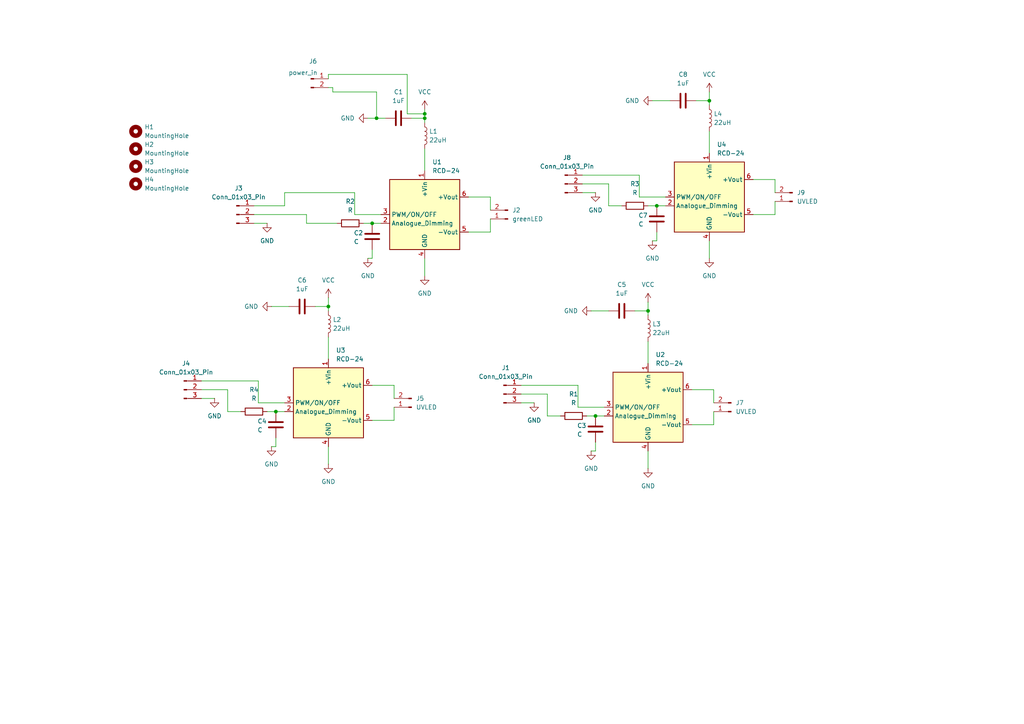
<source format=kicad_sch>
(kicad_sch (version 20231120) (generator "eeschema") (generator_version "8.0")
  (paper "A4")
  (lib_symbols
    (symbol "Connector:Conn_01x02_Pin" (pin_names (offset 1.016) hide)
      (property "Reference" "J" (at 0 2.54 0))
      (property "Value" "Conn_01x02_Pin" (at 0 -5.08 0))
      (symbol "Conn_01x02_Pin_1_1"
        (polyline (pts (xy 1.27 -2.54) (xy 0.8636 -2.54)) (stroke (width 0.1524)))
        (polyline (pts (xy 1.27 0) (xy 0.8636 0)) (stroke (width 0.1524)))
        (rectangle (start 0.8636 -2.413) (end 0 -2.667) (stroke (width 0.1524)) (fill (type outline)))
        (rectangle (start 0.8636 0.127) (end 0 -0.127) (stroke (width 0.1524)) (fill (type outline)))
        (pin passive line (at 5.08 0 180) (length 3.81) (name "Pin_1") (number "1"))
        (pin passive line (at 5.08 -2.54 180) (length 3.81) (name "Pin_2") (number "2"))
      )
    )
    (symbol "Connector:Conn_01x03_Pin" (pin_names (offset 1.016) hide)
      (property "Reference" "J" (at 0 5.08 0))
      (property "Value" "Conn_01x03_Pin" (at 0 -5.08 0))
      (symbol "Conn_01x03_Pin_1_1"
        (polyline (pts (xy 1.27 -2.54) (xy 0.8636 -2.54)) (stroke (width 0.1524)))
        (polyline (pts (xy 1.27 0) (xy 0.8636 0)) (stroke (width 0.1524)))
        (polyline (pts (xy 1.27 2.54) (xy 0.8636 2.54)) (stroke (width 0.1524)))
        (rectangle (start 0.8636 -2.413) (end 0 -2.667) (stroke (width 0.1524)) (fill (type outline)))
        (rectangle (start 0.8636 0.127) (end 0 -0.127) (stroke (width 0.1524)) (fill (type outline)))
        (rectangle (start 0.8636 2.667) (end 0 2.413) (stroke (width 0.1524)) (fill (type outline)))
        (pin passive line (at 5.08 2.54 180) (length 3.81) (name "Pin_1") (number "1"))
        (pin passive line (at 5.08 0 180) (length 3.81) (name "Pin_2") (number "2"))
        (pin passive line (at 5.08 -2.54 180) (length 3.81) (name "Pin_3") (number "3"))
      )
    )
    (symbol "Device:C" (pin_numbers hide) (pin_names (offset 0.254))
      (property "Reference" "C" (at 0.635 2.54 0))
      (property "Value" "C" (at 0.635 -2.54 0))
      (symbol "C_0_1"
        (polyline (pts (xy -2.032 -0.762) (xy 2.032 -0.762)) (stroke (width 0.508)))
        (polyline (pts (xy -2.032 0.762) (xy 2.032 0.762)) (stroke (width 0.508)))
      )
      (symbol "C_1_1"
        (pin passive line (at 0 3.81 270) (length 2.794) (name "~") (number "1"))
        (pin passive line (at 0 -3.81 90) (length 2.794) (name "~") (number "2"))
      )
    )
    (symbol "Device:L" (pin_numbers hide) (pin_names (offset 1.016) hide)
      (property "Reference" "L" (at -1.27 0 90))
      (property "Value" "L" (at 1.905 0 90))
      (symbol "L_0_1"
        (arc (start 0 -2.54) (mid 0.6323 -1.905) (end 0 -1.27))
        (arc (start 0 -1.27) (mid 0.6323 -0.635) (end 0 0))
        (arc (start 0 0) (mid 0.6323 0.635) (end 0 1.27))
        (arc (start 0 1.27) (mid 0.6323 1.905) (end 0 2.54))
      )
      (symbol "L_1_1"
        (pin passive line (at 0 3.81 270) (length 1.27) (name "1") (number "1"))
        (pin passive line (at 0 -3.81 90) (length 1.27) (name "2") (number "2"))
      )
    )
    (symbol "Device:R" (pin_numbers hide) (pin_names (offset 0))
      (property "Reference" "R" (at 2.032 0 90))
      (property "Value" "R" (at 0 0 90))
      (symbol "R_0_1"
        (rectangle (start -1.016 -2.54) (end 1.016 2.54) (stroke (width 0.254)))
      )
      (symbol "R_1_1"
        (pin passive line (at 0 3.81 270) (length 1.27) (name "~") (number "1"))
        (pin passive line (at 0 -3.81 90) (length 1.27) (name "~") (number "2"))
      )
    )
    (symbol "Driver_LED:RCD-24"
      (property "Reference" "U" (at -8.89 11.43 0))
      (property "Value" "RCD-24" (at 6.35 11.43 0))
      (symbol "RCD-24_1_1"
        (rectangle (start -10.16 10.16) (end 10.16 -10.16) (stroke (width 0.254)) (fill (type background)))
        (pin power_in line (at 0 12.7 270) (length 2.54) (name "+Vin") (number "1"))
        (pin passive line (at -12.7 -2.54 0) (length 2.54) (name "Analogue_Dimming") (number "2"))
        (pin passive line (at -12.7 0 0) (length 2.54) (name "PWM/ON/OFF") (number "3"))
        (pin power_in line (at 0 -12.7 90) (length 2.54) (name "GND") (number "4"))
        (pin power_out line (at 12.7 -5.08 180) (length 2.54) (name "-Vout") (number "5"))
        (pin power_out line (at 12.7 5.08 180) (length 2.54) (name "+Vout") (number "6"))
      )
    )
    (symbol "Mechanical:MountingHole" (pin_names (offset 1.016)) (exclude_from_sim yes) (in_bom no)
      (property "Reference" "H" (at 0 5.08 0))
      (property "Value" "MountingHole" (at 0 3.175 0))
      (symbol "MountingHole_0_1"
        (circle (center 0 0) (radius 1.27) (stroke (width 1.27)))
      )
    )
    (symbol "power:GND" (power) (pin_numbers hide) (pin_names (offset 0) hide)
      (property "Value" "GND" (at 0 -3.81 0))
      (symbol "GND_0_1"
        (polyline (pts (xy 0 0) (xy 0 -1.27) (xy 1.27 -1.27) (xy 0 -2.54) (xy -1.27 -1.27) (xy 0 -1.27)))
      )
      (symbol "GND_1_1"
        (pin power_in line (at 0 0 270) (length 0) (name "~") (number "1"))
      )
    )
    (symbol "power:VCC" (power) (pin_numbers hide) (pin_names (offset 0) hide)
      (property "Value" "VCC" (at 0 3.556 0))
      (symbol "VCC_0_1"
        (polyline (pts (xy -0.762 1.27) (xy 0 2.54)))
        (polyline (pts (xy 0 0) (xy 0 2.54)))
        (polyline (pts (xy 0 2.54) (xy 0.762 1.27)))
      )
      (symbol "VCC_1_1"
        (pin power_in line (at 0 0 90) (length 0) (name "~") (number "1"))
      )
    )
  )
  (junction (at 95.25 88.9))
  (junction (at 205.74 29.21))
  (junction (at 172.72 120.65))
  (junction (at 123.19 33.02))
  (junction (at 123.19 34.29))
  (junction (at 107.95 64.77))
  (junction (at 187.96 90.17))
  (junction (at 190.5 59.69))
  (junction (at 109.22 34.29))
  (junction (at 80.01 119.38))
  (wire (pts (xy 88.9 62.23) (xy 88.9 64.77)))
  (wire (pts (xy 74.93 116.84) (xy 82.55 116.84)))
  (wire (pts (xy 187.96 59.69) (xy 190.5 59.69)))
  (wire (pts (xy 107.95 111.76) (xy 114.3 111.76)))
  (wire (pts (xy 96.52 26.67) (xy 109.22 26.67)))
  (wire (pts (xy 187.96 87.63) (xy 187.96 90.17)))
  (wire (pts (xy 95.25 88.9) (xy 95.25 90.17)))
  (wire (pts (xy 218.44 52.07) (xy 224.79 52.07)))
  (wire (pts (xy 167.64 118.11) (xy 175.26 118.11)))
  (wire (pts (xy 158.75 120.65) (xy 162.56 120.65)))
  (wire (pts (xy 207.01 123.19) (xy 200.66 123.19)))
  (wire (pts (xy 114.3 121.92) (xy 107.95 121.92)))
  (wire (pts (xy 190.5 69.85) (xy 189.23 69.85)))
  (wire (pts (xy 168.91 50.8) (xy 185.42 50.8)))
  (wire (pts (xy 95.25 86.36) (xy 95.25 88.9)))
  (wire (pts (xy 205.74 69.85) (xy 205.74 74.93)))
  (wire (pts (xy 170.18 120.65) (xy 172.72 120.65)))
  (wire (pts (xy 158.75 114.3) (xy 151.13 114.3)))
  (wire (pts (xy 74.93 116.84) (xy 74.93 110.49)))
  (wire (pts (xy 107.95 72.39) (xy 107.95 74.93)))
  (wire (pts (xy 66.04 119.38) (xy 69.85 119.38)))
  (wire (pts (xy 58.42 115.57) (xy 62.23 115.57)))
  (wire (pts (xy 91.44 88.9) (xy 95.25 88.9)))
  (wire (pts (xy 105.41 64.77) (xy 107.95 64.77)))
  (wire (pts (xy 205.74 29.21) (xy 205.74 30.48)))
  (wire (pts (xy 172.72 120.65) (xy 175.26 120.65)))
  (wire (pts (xy 167.64 118.11) (xy 167.64 111.76)))
  (wire (pts (xy 205.74 26.67) (xy 205.74 29.21)))
  (wire (pts (xy 224.79 52.07) (xy 224.79 55.88)))
  (wire (pts (xy 151.13 116.84) (xy 154.94 116.84)))
  (wire (pts (xy 151.13 111.76) (xy 167.64 111.76)))
  (wire (pts (xy 102.87 55.88) (xy 82.55 55.88)))
  (wire (pts (xy 73.66 62.23) (xy 88.9 62.23)))
  (wire (pts (xy 66.04 113.03) (xy 58.42 113.03)))
  (wire (pts (xy 114.3 118.11) (xy 114.3 121.92)))
  (wire (pts (xy 109.22 34.29) (xy 111.76 34.29)))
  (wire (pts (xy 95.25 21.59) (xy 118.11 21.59)))
  (wire (pts (xy 205.74 38.1) (xy 205.74 44.45)))
  (wire (pts (xy 106.68 34.29) (xy 109.22 34.29)))
  (wire (pts (xy 158.75 120.65) (xy 158.75 114.3)))
  (wire (pts (xy 190.5 67.31) (xy 190.5 69.85)))
  (wire (pts (xy 172.72 128.27) (xy 172.72 130.81)))
  (wire (pts (xy 80.01 119.38) (xy 82.55 119.38)))
  (wire (pts (xy 118.11 33.02) (xy 123.19 33.02)))
  (wire (pts (xy 142.24 57.15) (xy 142.24 60.96)))
  (wire (pts (xy 190.5 59.69) (xy 193.04 59.69)))
  (wire (pts (xy 187.96 99.06) (xy 187.96 105.41)))
  (wire (pts (xy 200.66 113.03) (xy 207.01 113.03)))
  (wire (pts (xy 107.95 64.77) (xy 110.49 64.77)))
  (wire (pts (xy 207.01 113.03) (xy 207.01 116.84)))
  (wire (pts (xy 207.01 119.38) (xy 207.01 123.19)))
  (wire (pts (xy 142.24 67.31) (xy 135.89 67.31)))
  (wire (pts (xy 189.23 29.21) (xy 194.31 29.21)))
  (wire (pts (xy 176.53 59.69) (xy 180.34 59.69)))
  (wire (pts (xy 184.15 90.17) (xy 187.96 90.17)))
  (wire (pts (xy 119.38 34.29) (xy 123.19 34.29)))
  (wire (pts (xy 96.52 25.4) (xy 96.52 26.67)))
  (wire (pts (xy 114.3 111.76) (xy 114.3 115.57)))
  (wire (pts (xy 95.25 21.59) (xy 95.25 22.86)))
  (wire (pts (xy 95.25 129.54) (xy 95.25 134.62)))
  (wire (pts (xy 82.55 59.69) (xy 73.66 59.69)))
  (wire (pts (xy 123.19 43.18) (xy 123.19 49.53)))
  (wire (pts (xy 109.22 26.67) (xy 109.22 34.29)))
  (wire (pts (xy 176.53 59.69) (xy 176.53 53.34)))
  (wire (pts (xy 224.79 58.42) (xy 224.79 62.23)))
  (wire (pts (xy 123.19 74.93) (xy 123.19 80.01)))
  (wire (pts (xy 107.95 74.93) (xy 106.68 74.93)))
  (wire (pts (xy 118.11 21.59) (xy 118.11 33.02)))
  (wire (pts (xy 95.25 97.79) (xy 95.25 104.14)))
  (wire (pts (xy 123.19 33.02) (xy 123.19 34.29)))
  (wire (pts (xy 187.96 90.17) (xy 187.96 91.44)))
  (wire (pts (xy 80.01 129.54) (xy 78.74 129.54)))
  (wire (pts (xy 80.01 127) (xy 80.01 129.54)))
  (wire (pts (xy 135.89 57.15) (xy 142.24 57.15)))
  (wire (pts (xy 187.96 130.81) (xy 187.96 135.89)))
  (wire (pts (xy 176.53 53.34) (xy 168.91 53.34)))
  (wire (pts (xy 66.04 119.38) (xy 66.04 113.03)))
  (wire (pts (xy 168.91 55.88) (xy 172.72 55.88)))
  (wire (pts (xy 78.74 88.9) (xy 83.82 88.9)))
  (wire (pts (xy 77.47 119.38) (xy 80.01 119.38)))
  (wire (pts (xy 82.55 55.88) (xy 82.55 59.69)))
  (wire (pts (xy 185.42 57.15) (xy 185.42 50.8)))
  (wire (pts (xy 142.24 63.5) (xy 142.24 67.31)))
  (wire (pts (xy 102.87 62.23) (xy 110.49 62.23)))
  (wire (pts (xy 88.9 64.77) (xy 97.79 64.77)))
  (wire (pts (xy 58.42 110.49) (xy 74.93 110.49)))
  (wire (pts (xy 172.72 130.81) (xy 171.45 130.81)))
  (wire (pts (xy 73.66 64.77) (xy 77.47 64.77)))
  (wire (pts (xy 201.93 29.21) (xy 205.74 29.21)))
  (wire (pts (xy 224.79 62.23) (xy 218.44 62.23)))
  (wire (pts (xy 102.87 62.23) (xy 102.87 55.88)))
  (wire (pts (xy 95.25 25.4) (xy 96.52 25.4)))
  (wire (pts (xy 123.19 31.75) (xy 123.19 33.02)))
  (wire (pts (xy 171.45 90.17) (xy 176.53 90.17)))
  (wire (pts (xy 185.42 57.15) (xy 193.04 57.15)))
  (wire (pts (xy 123.19 34.29) (xy 123.19 35.56)))
  (symbol (lib_id "power:GND") (at 154.94 116.84 0) (unit 1)
    (property "Reference" "#PWR07" (effects (hide yes)))
    (property "Value" "GND" (at 154.94 121.92 0))
    (property "Description" "Power symbol creates a global label with name \"GND\" , ground" (effects (hide yes)))
  )
  (symbol (lib_id "Connector:Conn_01x02_Pin") (at 229.87 58.42 180) (unit 1)
    (property "Reference" "J9" (at 231.14 55.8799 0) (effects (justify right)))
    (property "Value" "UVLED" (at 231.14 58.4199 0) (effects (justify right)))
    (property "Footprint" "Connector_JST:JST_XH_B2B-XH-A_1x02_P2.50mm_Vertical" (effects (hide yes)))
    (property "Description" "Generic connector, single row, 01x02, script generated" (effects (hide yes)))
  )
  (symbol (lib_id "power:VCC") (at 205.74 26.67 0) (unit 1)
    (property "Reference" "#PWR019" (effects (hide yes)))
    (property "Value" "VCC" (at 205.74 21.59 0))
    (property "Description" "Power symbol creates a global label with name \"VCC\"" (effects (hide yes)))
  )
  (symbol (lib_id "Device:C") (at 198.12 29.21 90) (unit 1)
    (property "Reference" "C8" (at 198.12 21.59 90))
    (property "Value" "1uF" (at 198.12 24.13 90))
    (property "Footprint" "Capacitor_THT:CP_Radial_Tantal_D4.5mm_P2.50mm" (effects (hide yes)))
    (property "Description" "Unpolarized capacitor" (effects (hide yes)))
  )
  (symbol (lib_id "Mechanical:MountingHole") (at 39.37 48.26 0) (unit 1) (exclude_from_sim yes) (in_bom no)
    (property "Reference" "H3" (at 41.91 46.9899 0) (effects (justify left)))
    (property "Value" "MountingHole" (at 41.91 49.5299 0) (effects (justify left)))
    (property "Footprint" "MountingHole:MountingHole_3.2mm_M3" (effects (hide yes)))
    (property "Description" "Mounting Hole without connection" (effects (hide yes)))
  )
  (symbol (lib_id "power:VCC") (at 187.96 87.63 0) (unit 1)
    (property "Reference" "#PWR014" (effects (hide yes)))
    (property "Value" "VCC" (at 187.96 82.55 0))
    (property "Description" "Power symbol creates a global label with name \"VCC\"" (effects (hide yes)))
  )
  (symbol (lib_id "Connector:Conn_01x03_Pin") (at 53.34 113.03 0) (unit 1)
    (property "Reference" "J4" (at 53.975 105.41 0))
    (property "Value" "Conn_01x03_Pin" (at 53.975 107.95 0))
    (property "Footprint" "Connector_JST:JST_XH_B3B-XH-A_1x03_P2.50mm_Vertical" (effects (hide yes)))
    (property "Description" "Generic connector, single row, 01x03, script generated" (effects (hide yes)))
  )
  (symbol (lib_id "Device:C") (at 87.63 88.9 90) (unit 1)
    (property "Reference" "C6" (at 87.63 81.28 90))
    (property "Value" "1uF" (at 87.63 83.82 90))
    (property "Footprint" "Capacitor_THT:CP_Radial_Tantal_D4.5mm_P2.50mm" (effects (hide yes)))
    (property "Description" "Unpolarized capacitor" (effects (hide yes)))
  )
  (symbol (lib_id "Mechanical:MountingHole") (at 39.37 43.18 0) (unit 1) (exclude_from_sim yes) (in_bom no)
    (property "Reference" "H2" (at 41.91 41.9099 0) (effects (justify left)))
    (property "Value" "MountingHole" (at 41.91 44.4499 0) (effects (justify left)))
    (property "Footprint" "MountingHole:MountingHole_3.2mm_M3" (effects (hide yes)))
    (property "Description" "Mounting Hole without connection" (effects (hide yes)))
  )
  (symbol (lib_id "power:GND") (at 205.74 74.93 0) (unit 1)
    (property "Reference" "#PWR020" (effects (hide yes)))
    (property "Value" "GND" (at 205.74 80.01 0))
    (property "Description" "Power symbol creates a global label with name \"GND\" , ground" (effects (hide yes)))
  )
  (symbol (lib_id "power:GND") (at 106.68 74.93 0) (unit 1)
    (property "Reference" "#PWR05" (effects (hide yes)))
    (property "Value" "GND" (at 106.68 80.01 0))
    (property "Description" "Power symbol creates a global label with name \"GND\" , ground" (effects (hide yes)))
  )
  (symbol (lib_id "Device:C") (at 115.57 34.29 90) (unit 1)
    (property "Reference" "C1" (at 115.57 26.67 90))
    (property "Value" "1uF" (at 115.57 29.21 90))
    (property "Footprint" "Capacitor_THT:CP_Radial_Tantal_D4.5mm_P2.50mm" (effects (hide yes)))
    (property "Description" "Unpolarized capacitor" (effects (hide yes)))
  )
  (symbol (lib_id "power:GND") (at 171.45 130.81 0) (unit 1)
    (property "Reference" "#PWR013" (effects (hide yes)))
    (property "Value" "GND" (at 171.45 135.89 0))
    (property "Description" "Power symbol creates a global label with name \"GND\" , ground" (effects (hide yes)))
  )
  (symbol (lib_id "Device:C") (at 180.34 90.17 90) (unit 1)
    (property "Reference" "C5" (at 180.34 82.55 90))
    (property "Value" "1uF" (at 180.34 85.09 90))
    (property "Footprint" "Capacitor_THT:CP_Radial_Tantal_D4.5mm_P2.50mm" (effects (hide yes)))
    (property "Description" "Unpolarized capacitor" (effects (hide yes)))
  )
  (symbol (lib_id "Connector:Conn_01x02_Pin") (at 147.32 63.5 180) (unit 1)
    (property "Reference" "J2" (at 148.59 60.9599 0) (effects (justify right)))
    (property "Value" "greenLED" (at 148.59 63.4999 0) (effects (justify right)))
    (property "Footprint" "Connector_JST:JST_XH_B2B-XH-A_1x02_P2.50mm_Vertical" (effects (hide yes)))
    (property "Description" "Generic connector, single row, 01x02, script generated" (effects (hide yes)))
  )
  (symbol (lib_id "Device:R") (at 101.6 64.77 90) (unit 1)
    (property "Reference" "R2" (at 101.6 58.42 90))
    (property "Value" "R" (at 101.6 60.96 90))
    (property "Footprint" "Resistor_THT:R_Axial_DIN0411_L9.9mm_D3.6mm_P12.70mm_Horizontal" (effects (hide yes)))
    (property "Description" "Resistor" (effects (hide yes)))
  )
  (symbol (lib_id "Connector:Conn_01x02_Pin") (at 119.38 118.11 180) (unit 1)
    (property "Reference" "J5" (at 120.65 115.5699 0) (effects (justify right)))
    (property "Value" "UVLED" (at 120.65 118.1099 0) (effects (justify right)))
    (property "Footprint" "Connector_JST:JST_XH_B2B-XH-A_1x02_P2.50mm_Vertical" (effects (hide yes)))
    (property "Description" "Generic connector, single row, 01x02, script generated" (effects (hide yes)))
  )
  (symbol (lib_id "power:GND") (at 123.19 80.01 0) (unit 1)
    (property "Reference" "#PWR02" (effects (hide yes)))
    (property "Value" "GND" (at 123.19 85.09 0))
    (property "Description" "Power symbol creates a global label with name \"GND\" , ground" (effects (hide yes)))
  )
  (symbol (lib_id "Device:C") (at 107.95 68.58 0) (unit 1)
    (property "Reference" "C2" (at 102.616 67.564 0) (effects (justify left)))
    (property "Value" "C" (at 102.616 70.104 0) (effects (justify left)))
    (property "Footprint" "Capacitor_THT:CP_Radial_Tantal_D4.5mm_P2.50mm" (effects (hide yes)))
    (property "Description" "Unpolarized capacitor" (effects (hide yes)))
  )
  (symbol (lib_id "Device:R") (at 184.15 59.69 90) (unit 1)
    (property "Reference" "R3" (at 184.15 53.34 90))
    (property "Value" "R" (at 184.15 55.88 90))
    (property "Footprint" "Resistor_THT:R_Axial_DIN0411_L9.9mm_D3.6mm_P12.70mm_Horizontal" (effects (hide yes)))
    (property "Description" "Resistor" (effects (hide yes)))
  )
  (symbol (lib_id "power:GND") (at 189.23 69.85 0) (unit 1)
    (property "Reference" "#PWR018" (effects (hide yes)))
    (property "Value" "GND" (at 189.23 74.93 0))
    (property "Description" "Power symbol creates a global label with name \"GND\" , ground" (effects (hide yes)))
  )
  (symbol (lib_id "power:GND") (at 77.47 64.77 0) (unit 1)
    (property "Reference" "#PWR03" (effects (hide yes)))
    (property "Value" "GND" (at 77.47 69.85 0))
    (property "Description" "Power symbol creates a global label with name \"GND\" , ground" (effects (hide yes)))
  )
  (symbol (lib_id "Connector:Conn_01x03_Pin") (at 68.58 62.23 0) (unit 1)
    (property "Reference" "J3" (at 69.215 54.61 0))
    (property "Value" "Conn_01x03_Pin" (at 69.215 57.15 0))
    (property "Footprint" "Connector_JST:JST_XH_B3B-XH-A_1x03_P2.50mm_Vertical" (effects (hide yes)))
    (property "Description" "Generic connector, single row, 01x03, script generated" (effects (hide yes)))
  )
  (symbol (lib_id "Device:C") (at 172.72 124.46 0) (unit 1)
    (property "Reference" "C3" (at 167.386 123.444 0) (effects (justify left)))
    (property "Value" "C" (at 167.386 125.984 0) (effects (justify left)))
    (property "Footprint" "Capacitor_THT:CP_Radial_Tantal_D4.5mm_P2.50mm" (effects (hide yes)))
    (property "Description" "Unpolarized capacitor" (effects (hide yes)))
  )
  (symbol (lib_id "power:GND") (at 62.23 115.57 0) (unit 1)
    (property "Reference" "#PWR06" (effects (hide yes)))
    (property "Value" "GND" (at 62.23 120.65 0))
    (property "Description" "Power symbol creates a global label with name \"GND\" , ground" (effects (hide yes)))
  )
  (symbol (lib_id "power:GND") (at 171.45 90.17 270) (unit 1)
    (property "Reference" "#PWR08" (effects (hide yes)))
    (property "Value" "GND" (at 167.64 90.1699 90) (effects (justify right)))
    (property "Description" "Power symbol creates a global label with name \"GND\" , ground" (effects (hide yes)))
  )
  (symbol (lib_id "Device:L") (at 205.74 34.29 0) (unit 1)
    (property "Reference" "L4" (at 207.01 33.0199 0) (effects (justify left)))
    (property "Value" "22uH" (at 207.01 35.5599 0) (effects (justify left)))
    (property "Footprint" "Inductor_THT:L_Radial_D6.0mm_P4.00mm" (effects (hide yes)))
    (property "Description" "Inductor" (effects (hide yes)))
  )
  (symbol (lib_id "power:VCC") (at 123.19 31.75 0) (unit 1)
    (property "Reference" "#PWR01" (effects (hide yes)))
    (property "Value" "VCC" (at 123.19 26.67 0))
    (property "Description" "Power symbol creates a global label with name \"VCC\"" (effects (hide yes)))
  )
  (symbol (lib_id "power:GND") (at 95.25 134.62 0) (unit 1)
    (property "Reference" "#PWR012" (effects (hide yes)))
    (property "Value" "GND" (at 95.25 139.7 0))
    (property "Description" "Power symbol creates a global label with name \"GND\" , ground" (effects (hide yes)))
  )
  (symbol (lib_id "Device:C") (at 80.01 123.19 0) (unit 1)
    (property "Reference" "C4" (at 74.676 122.174 0) (effects (justify left)))
    (property "Value" "C" (at 74.676 124.714 0) (effects (justify left)))
    (property "Footprint" "Capacitor_THT:CP_Radial_Tantal_D4.5mm_P2.50mm" (effects (hide yes)))
    (property "Description" "Unpolarized capacitor" (effects (hide yes)))
  )
  (symbol (lib_id "Driver_LED:RCD-24") (at 95.25 116.84 0) (unit 1)
    (property "Reference" "U3" (at 97.4441 101.6 0) (effects (justify left)))
    (property "Value" "RCD-24" (at 97.4441 104.14 0) (effects (justify left)))
    (property "Footprint" "Converter_DCDC:Converter_DCDC_RECOM_RCD-24_THT" (effects (hide yes)))
    (property "Datasheet" "https://g.recomcdn.com/media/Datasheet/pdf/.fYUQjOlW/.t2a80a771bdbb0ef300f7/Datasheet-93/RCD-24.pdf" (effects (hide yes)))
    (property "Description" "LED Driver DC/DC Converter, input 4.5 to 36V, output current 0.3 to 1.2A" (effects (hide yes)))
  )
  (symbol (lib_id "power:VCC") (at 95.25 86.36 0) (unit 1)
    (property "Reference" "#PWR011" (effects (hide yes)))
    (property "Value" "VCC" (at 95.25 81.28 0))
    (property "Description" "Power symbol creates a global label with name \"VCC\"" (effects (hide yes)))
  )
  (symbol (lib_id "Driver_LED:RCD-24") (at 123.19 62.23 0) (unit 1)
    (property "Reference" "U1" (at 125.3841 46.99 0) (effects (justify left)))
    (property "Value" "RCD-24" (at 125.3841 49.53 0) (effects (justify left)))
    (property "Footprint" "Converter_DCDC:Converter_DCDC_RECOM_RCD-24_THT" (effects (hide yes)))
    (property "Datasheet" "https://g.recomcdn.com/media/Datasheet/pdf/.fYUQjOlW/.t2a80a771bdbb0ef300f7/Datasheet-93/RCD-24.pdf" (effects (hide yes)))
    (property "Description" "LED Driver DC/DC Converter, input 4.5 to 36V, output current 0.3 to 1.2A" (effects (hide yes)))
  )
  (symbol (lib_id "power:GND") (at 106.68 34.29 270) (unit 1)
    (property "Reference" "#PWR04" (effects (hide yes)))
    (property "Value" "GND" (at 102.87 34.2899 90) (effects (justify right)))
    (property "Description" "Power symbol creates a global label with name \"GND\" , ground" (effects (hide yes)))
  )
  (symbol (lib_id "Mechanical:MountingHole") (at 39.37 53.34 0) (unit 1) (exclude_from_sim yes) (in_bom no)
    (property "Reference" "H4" (at 41.91 52.0699 0) (effects (justify left)))
    (property "Value" "MountingHole" (at 41.91 54.6099 0) (effects (justify left)))
    (property "Footprint" "MountingHole:MountingHole_3.2mm_M3" (effects (hide yes)))
    (property "Description" "Mounting Hole without connection" (effects (hide yes)))
  )
  (symbol (lib_id "power:GND") (at 78.74 129.54 0) (unit 1)
    (property "Reference" "#PWR010" (effects (hide yes)))
    (property "Value" "GND" (at 78.74 134.62 0))
    (property "Description" "Power symbol creates a global label with name \"GND\" , ground" (effects (hide yes)))
  )
  (symbol (lib_id "Device:R") (at 166.37 120.65 90) (unit 1)
    (property "Reference" "R1" (at 166.37 114.3 90))
    (property "Value" "R" (at 166.37 116.84 90))
    (property "Footprint" "Resistor_THT:R_Axial_DIN0411_L9.9mm_D3.6mm_P12.70mm_Horizontal" (effects (hide yes)))
    (property "Description" "Resistor" (effects (hide yes)))
  )
  (symbol (lib_id "Connector:Conn_01x02_Pin") (at 212.09 119.38 180) (unit 1)
    (property "Reference" "J7" (at 213.36 116.8399 0) (effects (justify right)))
    (property "Value" "UVLED" (at 213.36 119.3799 0) (effects (justify right)))
    (property "Footprint" "Connector_JST:JST_XH_B2B-XH-A_1x02_P2.50mm_Vertical" (effects (hide yes)))
    (property "Description" "Generic connector, single row, 01x02, script generated" (effects (hide yes)))
  )
  (symbol (lib_id "power:GND") (at 172.72 55.88 0) (unit 1)
    (property "Reference" "#PWR016" (effects (hide yes)))
    (property "Value" "GND" (at 172.72 60.96 0))
    (property "Description" "Power symbol creates a global label with name \"GND\" , ground" (effects (hide yes)))
  )
  (symbol (lib_id "Device:L") (at 95.25 93.98 0) (unit 1)
    (property "Reference" "L2" (at 96.52 92.7099 0) (effects (justify left)))
    (property "Value" "22uH" (at 96.52 95.2499 0) (effects (justify left)))
    (property "Footprint" "Inductor_THT:L_Radial_D6.0mm_P4.00mm" (effects (hide yes)))
    (property "Description" "Inductor" (effects (hide yes)))
  )
  (symbol (lib_id "Device:R") (at 73.66 119.38 90) (unit 1)
    (property "Reference" "R4" (at 73.66 113.03 90))
    (property "Value" "R" (at 73.66 115.57 90))
    (property "Footprint" "Resistor_THT:R_Axial_DIN0411_L9.9mm_D3.6mm_P12.70mm_Horizontal" (effects (hide yes)))
    (property "Description" "Resistor" (effects (hide yes)))
  )
  (symbol (lib_id "Device:C") (at 190.5 63.5 0) (unit 1)
    (property "Reference" "C7" (at 185.166 62.484 0) (effects (justify left)))
    (property "Value" "C" (at 185.166 65.024 0) (effects (justify left)))
    (property "Footprint" "Capacitor_THT:CP_Radial_Tantal_D4.5mm_P2.50mm" (effects (hide yes)))
    (property "Description" "Unpolarized capacitor" (effects (hide yes)))
  )
  (symbol (lib_id "Mechanical:MountingHole") (at 39.37 38.1 0) (unit 1) (exclude_from_sim yes) (in_bom no)
    (property "Reference" "H1" (at 41.91 36.8299 0) (effects (justify left)))
    (property "Value" "MountingHole" (at 41.91 39.3699 0) (effects (justify left)))
    (property "Footprint" "MountingHole:MountingHole_3.2mm_M3" (effects (hide yes)))
    (property "Description" "Mounting Hole without connection" (effects (hide yes)))
  )
  (symbol (lib_id "Device:L") (at 123.19 39.37 0) (unit 1)
    (property "Reference" "L1" (at 124.46 38.0999 0) (effects (justify left)))
    (property "Value" "22uH" (at 124.46 40.6399 0) (effects (justify left)))
    (property "Footprint" "Inductor_THT:L_Radial_D6.0mm_P4.00mm" (effects (hide yes)))
    (property "Description" "Inductor" (effects (hide yes)))
  )
  (symbol (lib_id "Connector:Conn_01x03_Pin") (at 163.83 53.34 0) (unit 1)
    (property "Reference" "J8" (at 164.465 45.72 0))
    (property "Value" "Conn_01x03_Pin" (at 164.465 48.26 0))
    (property "Footprint" "Connector_JST:JST_XH_B3B-XH-A_1x03_P2.50mm_Vertical" (effects (hide yes)))
    (property "Description" "Generic connector, single row, 01x03, script generated" (effects (hide yes)))
  )
  (symbol (lib_id "power:GND") (at 78.74 88.9 270) (unit 1)
    (property "Reference" "#PWR09" (effects (hide yes)))
    (property "Value" "GND" (at 74.93 88.8999 90) (effects (justify right)))
    (property "Description" "Power symbol creates a global label with name \"GND\" , ground" (effects (hide yes)))
  )
  (symbol (lib_id "power:GND") (at 187.96 135.89 0) (unit 1)
    (property "Reference" "#PWR015" (effects (hide yes)))
    (property "Value" "GND" (at 187.96 140.97 0))
    (property "Description" "Power symbol creates a global label with name \"GND\" , ground" (effects (hide yes)))
  )
  (symbol (lib_id "Connector:Conn_01x03_Pin") (at 146.05 114.3 0) (unit 1)
    (property "Reference" "J1" (at 146.685 106.68 0))
    (property "Value" "Conn_01x03_Pin" (at 146.685 109.22 0))
    (property "Footprint" "Connector_JST:JST_XH_B3B-XH-A_1x03_P2.50mm_Vertical" (effects (hide yes)))
    (property "Description" "Generic connector, single row, 01x03, script generated" (effects (hide yes)))
  )
  (symbol (lib_id "Connector:Conn_01x02_Pin") (at 90.17 22.86 0) (unit 1)
    (property "Reference" "J6" (at 90.805 17.78 0))
    (property "Value" "power_in" (at 87.884 21.082 0))
    (property "Footprint" "Connector_JST:JST_XH_B2B-XH-A_1x02_P2.50mm_Vertical" (effects (hide yes)))
    (property "Description" "Generic connector, single row, 01x02, script generated" (effects (hide yes)))
  )
  (symbol (lib_id "Device:L") (at 187.96 95.25 0) (unit 1)
    (property "Reference" "L3" (at 189.23 93.9799 0) (effects (justify left)))
    (property "Value" "22uH" (at 189.23 96.5199 0) (effects (justify left)))
    (property "Footprint" "Inductor_THT:L_Radial_D6.0mm_P4.00mm" (effects (hide yes)))
    (property "Description" "Inductor" (effects (hide yes)))
  )
  (symbol (lib_id "Driver_LED:RCD-24") (at 187.96 118.11 0) (unit 1)
    (property "Reference" "U2" (at 190.1541 102.87 0) (effects (justify left)))
    (property "Value" "RCD-24" (at 190.1541 105.41 0) (effects (justify left)))
    (property "Footprint" "Converter_DCDC:Converter_DCDC_RECOM_RCD-24_THT" (effects (hide yes)))
    (property "Datasheet" "https://g.recomcdn.com/media/Datasheet/pdf/.fYUQjOlW/.t2a80a771bdbb0ef300f7/Datasheet-93/RCD-24.pdf" (effects (hide yes)))
    (property "Description" "LED Driver DC/DC Converter, input 4.5 to 36V, output current 0.3 to 1.2A" (effects (hide yes)))
  )
  (symbol (lib_id "power:GND") (at 189.23 29.21 270) (unit 1)
    (property "Reference" "#PWR017" (effects (hide yes)))
    (property "Value" "GND" (at 185.42 29.2099 90) (effects (justify right)))
    (property "Description" "Power symbol creates a global label with name \"GND\" , ground" (effects (hide yes)))
  )
  (symbol (lib_id "Driver_LED:RCD-24") (at 205.74 57.15 0) (unit 1)
    (property "Reference" "U4" (at 207.9341 41.91 0) (effects (justify left)))
    (property "Value" "RCD-24" (at 207.9341 44.45 0) (effects (justify left)))
    (property "Footprint" "Converter_DCDC:Converter_DCDC_RECOM_RCD-24_THT" (effects (hide yes)))
    (property "Datasheet" "https://g.recomcdn.com/media/Datasheet/pdf/.fYUQjOlW/.t2a80a771bdbb0ef300f7/Datasheet-93/RCD-24.pdf" (effects (hide yes)))
    (property "Description" "LED Driver DC/DC Converter, input 4.5 to 36V, output current 0.3 to 1.2A" (effects (hide yes)))
  )
)
</source>
